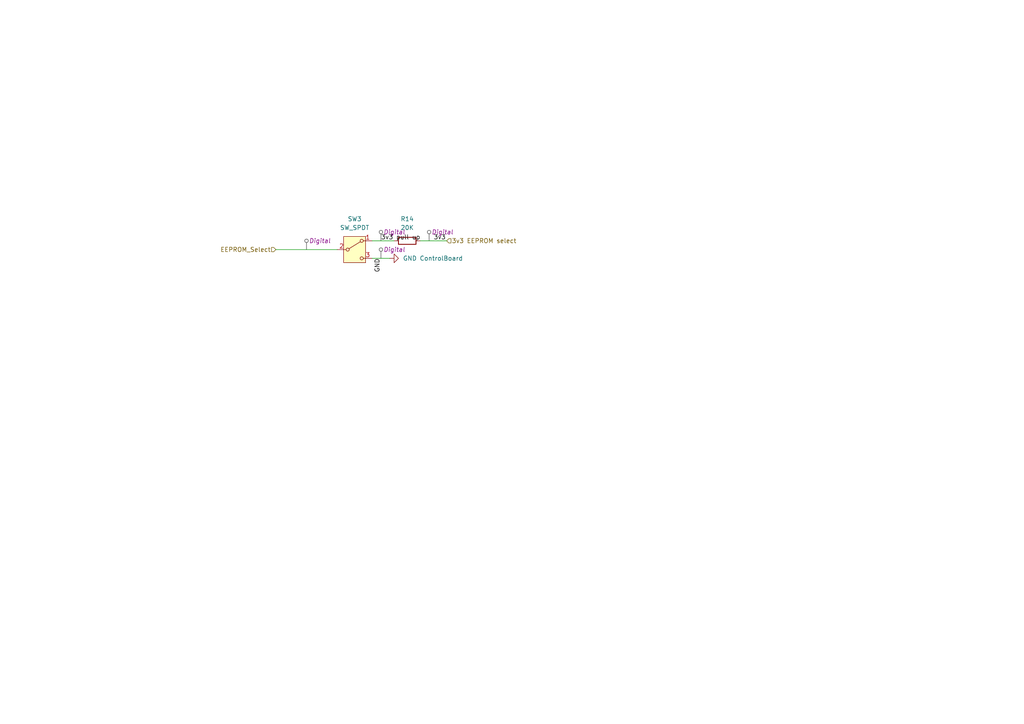
<source format=kicad_sch>
(kicad_sch (version 20231120) (generator "eeschema") (generator_version "8.0")
  (paper "A4")
  (lib_symbols
    (symbol "Device:R" (pin_numbers hide) (pin_names (offset 0))
      (property "Reference" "R" (at 2.032 0 90))
      (property "Value" "R" (at 0 0 90))
      (symbol "R_0_1"
        (rectangle (start -1.016 -2.54) (end 1.016 2.54) (stroke (width 0.254)))
      )
      (symbol "R_1_1"
        (pin passive line (at 0 3.81 270) (length 1.27) (name "~") (number "1"))
        (pin passive line (at 0 -3.81 90) (length 1.27) (name "~") (number "2"))
      )
    )
    (symbol "Switch:SW_SPDT" (pin_names (offset 0) hide)
      (property "Reference" "SW" (at 0 5.08 0))
      (property "Value" "SW_SPDT" (at 0 -5.08 0))
      (symbol "SW_SPDT_0_1"
        (circle (center -2.032 0) (radius 0.4572))
        (polyline (pts (xy -1.651 0.254) (xy 1.651 2.286)))
        (circle (center 2.032 -2.54) (radius 0.4572))
        (circle (center 2.032 2.54) (radius 0.4572))
      )
      (symbol "SW_SPDT_1_1"
        (rectangle (start -3.175 3.81) (end 3.175 -3.81) (fill (type background)))
        (pin passive line (at 5.08 2.54 180) (length 2.54) (name "A") (number "1"))
        (pin passive line (at -5.08 0 0) (length 2.54) (name "B") (number "2"))
        (pin passive line (at 5.08 -2.54 180) (length 2.54) (name "C") (number "3"))
      )
    )
    (symbol "power:GND" (power) (pin_numbers hide) (pin_names (offset 0) hide)
      (property "Value" "GND" (at 0 -3.81 0))
      (symbol "GND_0_1"
        (polyline (pts (xy 0 0) (xy 0 -1.27) (xy 1.27 -1.27) (xy 0 -2.54) (xy -1.27 -1.27) (xy 0 -1.27)))
      )
      (symbol "GND_1_1"
        (pin power_in line (at 0 0 270) (length 0) (name "~") (number "1"))
      )
    )
  )
  (wire (pts (xy 80.01 72.39) (xy 97.79 72.39)))
  (wire (pts (xy 113.03 74.93) (xy 107.95 74.93)))
  (wire (pts (xy 114.3 69.85) (xy 107.95 69.85)))
  (wire (pts (xy 129.54 69.85) (xy 121.92 69.85)))
  (label "3v3" (at 125.73 69.85 0))
  (label "3v3 pull up" (at 110.49 69.85 0))
  (label "GND" (at 110.49 74.93 270))
  (hierarchical_label "3v3 EEPROM select" (shape input) (at 129.54 69.85 0))
  (hierarchical_label "EEPROM_Select" (shape input) (at 80.01 72.39 180))
  (netclass_flag "" (length 2.54) (shape round) (at 110.49 74.93 0) (property "Netclass" "Digital" (at 111.1885 72.39 0) (effects (font (italic yes)) (justify left))))
  (netclass_flag "" (length 2.54) (shape round) (at 88.9 72.39 0) (property "Netclass" "Digital" (at 89.5985 69.85 0) (effects (font (italic yes)) (justify left))))
  (netclass_flag "" (length 2.54) (shape round) (at 124.46 69.85 0) (property "Netclass" "Digital" (at 125.1585 67.31 0) (effects (font (italic yes)) (justify left))))
  (netclass_flag "" (length 2.54) (shape round) (at 110.49 69.85 0) (property "Netclass" "Digital" (at 111.1885 67.31 0) (effects (font (italic yes)) (justify left))))
  (symbol (lib_id "Switch:SW_SPDT") (at 102.87 72.39 0) (unit 1)
    (property "Reference" "SW3" (at 102.87 63.5 0))
    (property "Value" "SW_SPDT" (at 102.87 66.04 0))
    (property "Footprint" "FV1Footrpints:SW_Toggle_Blue_wSlots" (effects (hide yes)))
    (property "Description" "Switch, single pole double throw" (effects (hide yes)))
  )
  (symbol (lib_id "power:GND") (at 113.03 74.93 90) (unit 1)
    (property "Reference" "#PWR026" (effects (hide yes)))
    (property "Value" "GND ControlBoard" (at 116.84 74.9299 90) (effects (justify right)))
    (property "Description" "Power symbol creates a global label with name \"GND\" , ground" (effects (hide yes)))
  )
  (symbol (lib_id "Device:R") (at 118.11 69.85 90) (unit 1)
    (property "Reference" "R14" (at 118.11 63.5 90))
    (property "Value" "20K" (at 118.11 66.04 90))
    (property "Footprint" "PCM_4ms_Resistor:R_0603" (effects (hide yes)))
    (property "Description" "Resistor" (effects (hide yes)))
  )
)
</source>
